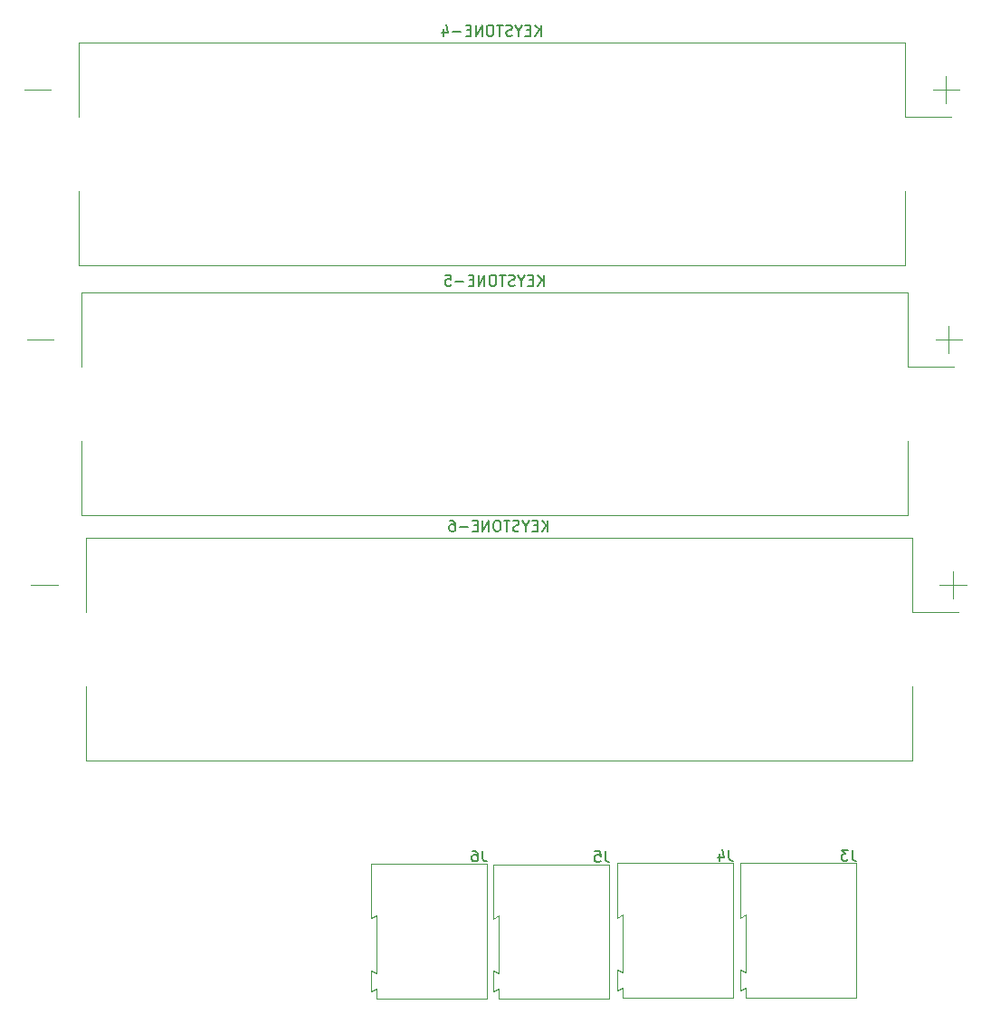
<source format=gbr>
%TF.GenerationSoftware,KiCad,Pcbnew,8.0.2-1*%
%TF.CreationDate,2024-08-29T11:45:14-05:00*%
%TF.ProjectId,BattBoard,42617474-426f-4617-9264-2e6b69636164,rev?*%
%TF.SameCoordinates,Original*%
%TF.FileFunction,Legend,Bot*%
%TF.FilePolarity,Positive*%
%FSLAX46Y46*%
G04 Gerber Fmt 4.6, Leading zero omitted, Abs format (unit mm)*
G04 Created by KiCad (PCBNEW 8.0.2-1) date 2024-08-29 11:45:14*
%MOMM*%
%LPD*%
G01*
G04 APERTURE LIST*
%ADD10C,0.150000*%
%ADD11C,0.120000*%
G04 APERTURE END LIST*
D10*
X139703333Y-125689819D02*
X139703333Y-126404104D01*
X139703333Y-126404104D02*
X139750952Y-126546961D01*
X139750952Y-126546961D02*
X139846190Y-126642200D01*
X139846190Y-126642200D02*
X139989047Y-126689819D01*
X139989047Y-126689819D02*
X140084285Y-126689819D01*
X138798571Y-125689819D02*
X138989047Y-125689819D01*
X138989047Y-125689819D02*
X139084285Y-125737438D01*
X139084285Y-125737438D02*
X139131904Y-125785057D01*
X139131904Y-125785057D02*
X139227142Y-125927914D01*
X139227142Y-125927914D02*
X139274761Y-126118390D01*
X139274761Y-126118390D02*
X139274761Y-126499342D01*
X139274761Y-126499342D02*
X139227142Y-126594580D01*
X139227142Y-126594580D02*
X139179523Y-126642200D01*
X139179523Y-126642200D02*
X139084285Y-126689819D01*
X139084285Y-126689819D02*
X138893809Y-126689819D01*
X138893809Y-126689819D02*
X138798571Y-126642200D01*
X138798571Y-126642200D02*
X138750952Y-126594580D01*
X138750952Y-126594580D02*
X138703333Y-126499342D01*
X138703333Y-126499342D02*
X138703333Y-126261247D01*
X138703333Y-126261247D02*
X138750952Y-126166009D01*
X138750952Y-126166009D02*
X138798571Y-126118390D01*
X138798571Y-126118390D02*
X138893809Y-126070771D01*
X138893809Y-126070771D02*
X139084285Y-126070771D01*
X139084285Y-126070771D02*
X139179523Y-126118390D01*
X139179523Y-126118390D02*
X139227142Y-126166009D01*
X139227142Y-126166009D02*
X139274761Y-126261247D01*
X174278333Y-125614819D02*
X174278333Y-126329104D01*
X174278333Y-126329104D02*
X174325952Y-126471961D01*
X174325952Y-126471961D02*
X174421190Y-126567200D01*
X174421190Y-126567200D02*
X174564047Y-126614819D01*
X174564047Y-126614819D02*
X174659285Y-126614819D01*
X173897380Y-125614819D02*
X173278333Y-125614819D01*
X173278333Y-125614819D02*
X173611666Y-125995771D01*
X173611666Y-125995771D02*
X173468809Y-125995771D01*
X173468809Y-125995771D02*
X173373571Y-126043390D01*
X173373571Y-126043390D02*
X173325952Y-126091009D01*
X173325952Y-126091009D02*
X173278333Y-126186247D01*
X173278333Y-126186247D02*
X173278333Y-126424342D01*
X173278333Y-126424342D02*
X173325952Y-126519580D01*
X173325952Y-126519580D02*
X173373571Y-126567200D01*
X173373571Y-126567200D02*
X173468809Y-126614819D01*
X173468809Y-126614819D02*
X173754523Y-126614819D01*
X173754523Y-126614819D02*
X173849761Y-126567200D01*
X173849761Y-126567200D02*
X173897380Y-126519580D01*
X145424837Y-72854819D02*
X145424837Y-71854819D01*
X144853409Y-72854819D02*
X145281980Y-72283390D01*
X144853409Y-71854819D02*
X145424837Y-72426247D01*
X144424837Y-72331009D02*
X144091504Y-72331009D01*
X143948647Y-72854819D02*
X144424837Y-72854819D01*
X144424837Y-72854819D02*
X144424837Y-71854819D01*
X144424837Y-71854819D02*
X143948647Y-71854819D01*
X143329599Y-72378628D02*
X143329599Y-72854819D01*
X143662932Y-71854819D02*
X143329599Y-72378628D01*
X143329599Y-72378628D02*
X142996266Y-71854819D01*
X142710551Y-72807200D02*
X142567694Y-72854819D01*
X142567694Y-72854819D02*
X142329599Y-72854819D01*
X142329599Y-72854819D02*
X142234361Y-72807200D01*
X142234361Y-72807200D02*
X142186742Y-72759580D01*
X142186742Y-72759580D02*
X142139123Y-72664342D01*
X142139123Y-72664342D02*
X142139123Y-72569104D01*
X142139123Y-72569104D02*
X142186742Y-72473866D01*
X142186742Y-72473866D02*
X142234361Y-72426247D01*
X142234361Y-72426247D02*
X142329599Y-72378628D01*
X142329599Y-72378628D02*
X142520075Y-72331009D01*
X142520075Y-72331009D02*
X142615313Y-72283390D01*
X142615313Y-72283390D02*
X142662932Y-72235771D01*
X142662932Y-72235771D02*
X142710551Y-72140533D01*
X142710551Y-72140533D02*
X142710551Y-72045295D01*
X142710551Y-72045295D02*
X142662932Y-71950057D01*
X142662932Y-71950057D02*
X142615313Y-71902438D01*
X142615313Y-71902438D02*
X142520075Y-71854819D01*
X142520075Y-71854819D02*
X142281980Y-71854819D01*
X142281980Y-71854819D02*
X142139123Y-71902438D01*
X141853408Y-71854819D02*
X141281980Y-71854819D01*
X141567694Y-72854819D02*
X141567694Y-71854819D01*
X140758170Y-71854819D02*
X140567694Y-71854819D01*
X140567694Y-71854819D02*
X140472456Y-71902438D01*
X140472456Y-71902438D02*
X140377218Y-71997676D01*
X140377218Y-71997676D02*
X140329599Y-72188152D01*
X140329599Y-72188152D02*
X140329599Y-72521485D01*
X140329599Y-72521485D02*
X140377218Y-72711961D01*
X140377218Y-72711961D02*
X140472456Y-72807200D01*
X140472456Y-72807200D02*
X140567694Y-72854819D01*
X140567694Y-72854819D02*
X140758170Y-72854819D01*
X140758170Y-72854819D02*
X140853408Y-72807200D01*
X140853408Y-72807200D02*
X140948646Y-72711961D01*
X140948646Y-72711961D02*
X140996265Y-72521485D01*
X140996265Y-72521485D02*
X140996265Y-72188152D01*
X140996265Y-72188152D02*
X140948646Y-71997676D01*
X140948646Y-71997676D02*
X140853408Y-71902438D01*
X140853408Y-71902438D02*
X140758170Y-71854819D01*
X139901027Y-72854819D02*
X139901027Y-71854819D01*
X139901027Y-71854819D02*
X139329599Y-72854819D01*
X139329599Y-72854819D02*
X139329599Y-71854819D01*
X138853408Y-72331009D02*
X138520075Y-72331009D01*
X138377218Y-72854819D02*
X138853408Y-72854819D01*
X138853408Y-72854819D02*
X138853408Y-71854819D01*
X138853408Y-71854819D02*
X138377218Y-71854819D01*
X137948646Y-72473866D02*
X137186742Y-72473866D01*
X136234361Y-71854819D02*
X136710551Y-71854819D01*
X136710551Y-71854819D02*
X136758170Y-72331009D01*
X136758170Y-72331009D02*
X136710551Y-72283390D01*
X136710551Y-72283390D02*
X136615313Y-72235771D01*
X136615313Y-72235771D02*
X136377218Y-72235771D01*
X136377218Y-72235771D02*
X136281980Y-72283390D01*
X136281980Y-72283390D02*
X136234361Y-72331009D01*
X136234361Y-72331009D02*
X136186742Y-72426247D01*
X136186742Y-72426247D02*
X136186742Y-72664342D01*
X136186742Y-72664342D02*
X136234361Y-72759580D01*
X136234361Y-72759580D02*
X136281980Y-72807200D01*
X136281980Y-72807200D02*
X136377218Y-72854819D01*
X136377218Y-72854819D02*
X136615313Y-72854819D01*
X136615313Y-72854819D02*
X136710551Y-72807200D01*
X136710551Y-72807200D02*
X136758170Y-72759580D01*
X145824837Y-95804819D02*
X145824837Y-94804819D01*
X145253409Y-95804819D02*
X145681980Y-95233390D01*
X145253409Y-94804819D02*
X145824837Y-95376247D01*
X144824837Y-95281009D02*
X144491504Y-95281009D01*
X144348647Y-95804819D02*
X144824837Y-95804819D01*
X144824837Y-95804819D02*
X144824837Y-94804819D01*
X144824837Y-94804819D02*
X144348647Y-94804819D01*
X143729599Y-95328628D02*
X143729599Y-95804819D01*
X144062932Y-94804819D02*
X143729599Y-95328628D01*
X143729599Y-95328628D02*
X143396266Y-94804819D01*
X143110551Y-95757200D02*
X142967694Y-95804819D01*
X142967694Y-95804819D02*
X142729599Y-95804819D01*
X142729599Y-95804819D02*
X142634361Y-95757200D01*
X142634361Y-95757200D02*
X142586742Y-95709580D01*
X142586742Y-95709580D02*
X142539123Y-95614342D01*
X142539123Y-95614342D02*
X142539123Y-95519104D01*
X142539123Y-95519104D02*
X142586742Y-95423866D01*
X142586742Y-95423866D02*
X142634361Y-95376247D01*
X142634361Y-95376247D02*
X142729599Y-95328628D01*
X142729599Y-95328628D02*
X142920075Y-95281009D01*
X142920075Y-95281009D02*
X143015313Y-95233390D01*
X143015313Y-95233390D02*
X143062932Y-95185771D01*
X143062932Y-95185771D02*
X143110551Y-95090533D01*
X143110551Y-95090533D02*
X143110551Y-94995295D01*
X143110551Y-94995295D02*
X143062932Y-94900057D01*
X143062932Y-94900057D02*
X143015313Y-94852438D01*
X143015313Y-94852438D02*
X142920075Y-94804819D01*
X142920075Y-94804819D02*
X142681980Y-94804819D01*
X142681980Y-94804819D02*
X142539123Y-94852438D01*
X142253408Y-94804819D02*
X141681980Y-94804819D01*
X141967694Y-95804819D02*
X141967694Y-94804819D01*
X141158170Y-94804819D02*
X140967694Y-94804819D01*
X140967694Y-94804819D02*
X140872456Y-94852438D01*
X140872456Y-94852438D02*
X140777218Y-94947676D01*
X140777218Y-94947676D02*
X140729599Y-95138152D01*
X140729599Y-95138152D02*
X140729599Y-95471485D01*
X140729599Y-95471485D02*
X140777218Y-95661961D01*
X140777218Y-95661961D02*
X140872456Y-95757200D01*
X140872456Y-95757200D02*
X140967694Y-95804819D01*
X140967694Y-95804819D02*
X141158170Y-95804819D01*
X141158170Y-95804819D02*
X141253408Y-95757200D01*
X141253408Y-95757200D02*
X141348646Y-95661961D01*
X141348646Y-95661961D02*
X141396265Y-95471485D01*
X141396265Y-95471485D02*
X141396265Y-95138152D01*
X141396265Y-95138152D02*
X141348646Y-94947676D01*
X141348646Y-94947676D02*
X141253408Y-94852438D01*
X141253408Y-94852438D02*
X141158170Y-94804819D01*
X140301027Y-95804819D02*
X140301027Y-94804819D01*
X140301027Y-94804819D02*
X139729599Y-95804819D01*
X139729599Y-95804819D02*
X139729599Y-94804819D01*
X139253408Y-95281009D02*
X138920075Y-95281009D01*
X138777218Y-95804819D02*
X139253408Y-95804819D01*
X139253408Y-95804819D02*
X139253408Y-94804819D01*
X139253408Y-94804819D02*
X138777218Y-94804819D01*
X138348646Y-95423866D02*
X137586742Y-95423866D01*
X136681980Y-94804819D02*
X136872456Y-94804819D01*
X136872456Y-94804819D02*
X136967694Y-94852438D01*
X136967694Y-94852438D02*
X137015313Y-94900057D01*
X137015313Y-94900057D02*
X137110551Y-95042914D01*
X137110551Y-95042914D02*
X137158170Y-95233390D01*
X137158170Y-95233390D02*
X137158170Y-95614342D01*
X137158170Y-95614342D02*
X137110551Y-95709580D01*
X137110551Y-95709580D02*
X137062932Y-95757200D01*
X137062932Y-95757200D02*
X136967694Y-95804819D01*
X136967694Y-95804819D02*
X136777218Y-95804819D01*
X136777218Y-95804819D02*
X136681980Y-95757200D01*
X136681980Y-95757200D02*
X136634361Y-95709580D01*
X136634361Y-95709580D02*
X136586742Y-95614342D01*
X136586742Y-95614342D02*
X136586742Y-95376247D01*
X136586742Y-95376247D02*
X136634361Y-95281009D01*
X136634361Y-95281009D02*
X136681980Y-95233390D01*
X136681980Y-95233390D02*
X136777218Y-95185771D01*
X136777218Y-95185771D02*
X136967694Y-95185771D01*
X136967694Y-95185771D02*
X137062932Y-95233390D01*
X137062932Y-95233390D02*
X137110551Y-95281009D01*
X137110551Y-95281009D02*
X137158170Y-95376247D01*
X145174837Y-49479819D02*
X145174837Y-48479819D01*
X144603409Y-49479819D02*
X145031980Y-48908390D01*
X144603409Y-48479819D02*
X145174837Y-49051247D01*
X144174837Y-48956009D02*
X143841504Y-48956009D01*
X143698647Y-49479819D02*
X144174837Y-49479819D01*
X144174837Y-49479819D02*
X144174837Y-48479819D01*
X144174837Y-48479819D02*
X143698647Y-48479819D01*
X143079599Y-49003628D02*
X143079599Y-49479819D01*
X143412932Y-48479819D02*
X143079599Y-49003628D01*
X143079599Y-49003628D02*
X142746266Y-48479819D01*
X142460551Y-49432200D02*
X142317694Y-49479819D01*
X142317694Y-49479819D02*
X142079599Y-49479819D01*
X142079599Y-49479819D02*
X141984361Y-49432200D01*
X141984361Y-49432200D02*
X141936742Y-49384580D01*
X141936742Y-49384580D02*
X141889123Y-49289342D01*
X141889123Y-49289342D02*
X141889123Y-49194104D01*
X141889123Y-49194104D02*
X141936742Y-49098866D01*
X141936742Y-49098866D02*
X141984361Y-49051247D01*
X141984361Y-49051247D02*
X142079599Y-49003628D01*
X142079599Y-49003628D02*
X142270075Y-48956009D01*
X142270075Y-48956009D02*
X142365313Y-48908390D01*
X142365313Y-48908390D02*
X142412932Y-48860771D01*
X142412932Y-48860771D02*
X142460551Y-48765533D01*
X142460551Y-48765533D02*
X142460551Y-48670295D01*
X142460551Y-48670295D02*
X142412932Y-48575057D01*
X142412932Y-48575057D02*
X142365313Y-48527438D01*
X142365313Y-48527438D02*
X142270075Y-48479819D01*
X142270075Y-48479819D02*
X142031980Y-48479819D01*
X142031980Y-48479819D02*
X141889123Y-48527438D01*
X141603408Y-48479819D02*
X141031980Y-48479819D01*
X141317694Y-49479819D02*
X141317694Y-48479819D01*
X140508170Y-48479819D02*
X140317694Y-48479819D01*
X140317694Y-48479819D02*
X140222456Y-48527438D01*
X140222456Y-48527438D02*
X140127218Y-48622676D01*
X140127218Y-48622676D02*
X140079599Y-48813152D01*
X140079599Y-48813152D02*
X140079599Y-49146485D01*
X140079599Y-49146485D02*
X140127218Y-49336961D01*
X140127218Y-49336961D02*
X140222456Y-49432200D01*
X140222456Y-49432200D02*
X140317694Y-49479819D01*
X140317694Y-49479819D02*
X140508170Y-49479819D01*
X140508170Y-49479819D02*
X140603408Y-49432200D01*
X140603408Y-49432200D02*
X140698646Y-49336961D01*
X140698646Y-49336961D02*
X140746265Y-49146485D01*
X140746265Y-49146485D02*
X140746265Y-48813152D01*
X140746265Y-48813152D02*
X140698646Y-48622676D01*
X140698646Y-48622676D02*
X140603408Y-48527438D01*
X140603408Y-48527438D02*
X140508170Y-48479819D01*
X139651027Y-49479819D02*
X139651027Y-48479819D01*
X139651027Y-48479819D02*
X139079599Y-49479819D01*
X139079599Y-49479819D02*
X139079599Y-48479819D01*
X138603408Y-48956009D02*
X138270075Y-48956009D01*
X138127218Y-49479819D02*
X138603408Y-49479819D01*
X138603408Y-49479819D02*
X138603408Y-48479819D01*
X138603408Y-48479819D02*
X138127218Y-48479819D01*
X137698646Y-49098866D02*
X136936742Y-49098866D01*
X136031980Y-48813152D02*
X136031980Y-49479819D01*
X136270075Y-48432200D02*
X136508170Y-49146485D01*
X136508170Y-49146485D02*
X135889123Y-49146485D01*
X162753333Y-125614819D02*
X162753333Y-126329104D01*
X162753333Y-126329104D02*
X162800952Y-126471961D01*
X162800952Y-126471961D02*
X162896190Y-126567200D01*
X162896190Y-126567200D02*
X163039047Y-126614819D01*
X163039047Y-126614819D02*
X163134285Y-126614819D01*
X161848571Y-125948152D02*
X161848571Y-126614819D01*
X162086666Y-125567200D02*
X162324761Y-126281485D01*
X162324761Y-126281485D02*
X161705714Y-126281485D01*
X151178333Y-125714819D02*
X151178333Y-126429104D01*
X151178333Y-126429104D02*
X151225952Y-126571961D01*
X151225952Y-126571961D02*
X151321190Y-126667200D01*
X151321190Y-126667200D02*
X151464047Y-126714819D01*
X151464047Y-126714819D02*
X151559285Y-126714819D01*
X150225952Y-125714819D02*
X150702142Y-125714819D01*
X150702142Y-125714819D02*
X150749761Y-126191009D01*
X150749761Y-126191009D02*
X150702142Y-126143390D01*
X150702142Y-126143390D02*
X150606904Y-126095771D01*
X150606904Y-126095771D02*
X150368809Y-126095771D01*
X150368809Y-126095771D02*
X150273571Y-126143390D01*
X150273571Y-126143390D02*
X150225952Y-126191009D01*
X150225952Y-126191009D02*
X150178333Y-126286247D01*
X150178333Y-126286247D02*
X150178333Y-126524342D01*
X150178333Y-126524342D02*
X150225952Y-126619580D01*
X150225952Y-126619580D02*
X150273571Y-126667200D01*
X150273571Y-126667200D02*
X150368809Y-126714819D01*
X150368809Y-126714819D02*
X150606904Y-126714819D01*
X150606904Y-126714819D02*
X150702142Y-126667200D01*
X150702142Y-126667200D02*
X150749761Y-126619580D01*
D11*
%TO.C,J6*%
X129250000Y-126925000D02*
X129250000Y-132025000D01*
X129250000Y-132025000D02*
X129750000Y-131725000D01*
X129250000Y-136875000D02*
X129250000Y-136925000D01*
X129250000Y-136925000D02*
X129250000Y-138825000D01*
X129250000Y-138825000D02*
X129750000Y-138575000D01*
X129750000Y-131725000D02*
X129750000Y-137125000D01*
X129750000Y-137125000D02*
X129250000Y-136875000D01*
X129750000Y-138575000D02*
X129750000Y-139525000D01*
X129750000Y-139525000D02*
X140100000Y-139525000D01*
X140100000Y-126925000D02*
X129250000Y-126925000D01*
X140100000Y-139525000D02*
X140100000Y-126925000D01*
%TO.C,J3*%
X163825000Y-126850000D02*
X163825000Y-131950000D01*
X163825000Y-131950000D02*
X164325000Y-131650000D01*
X163825000Y-136800000D02*
X163825000Y-136850000D01*
X163825000Y-136850000D02*
X163825000Y-138750000D01*
X163825000Y-138750000D02*
X164325000Y-138500000D01*
X164325000Y-131650000D02*
X164325000Y-137050000D01*
X164325000Y-137050000D02*
X163825000Y-136800000D01*
X164325000Y-138500000D02*
X164325000Y-139450000D01*
X164325000Y-139450000D02*
X174675000Y-139450000D01*
X174675000Y-126850000D02*
X163825000Y-126850000D01*
X174675000Y-139450000D02*
X174675000Y-126850000D01*
%TO.C,KEYSTONE-5*%
X99579600Y-77900000D02*
X97079600Y-77900000D01*
X102189600Y-73480000D02*
X102189600Y-80460000D01*
X102189600Y-94340000D02*
X102189600Y-87340000D01*
X179469600Y-73460000D02*
X102189600Y-73460000D01*
X179469600Y-80460000D02*
X179469600Y-73460000D01*
X179469600Y-87340000D02*
X179469600Y-94340000D01*
X179469600Y-94340000D02*
X102189600Y-94340000D01*
X182079600Y-77900000D02*
X184579600Y-77900000D01*
X183329600Y-76650000D02*
X183329600Y-79150000D01*
X183829600Y-80460000D02*
X179469600Y-80460000D01*
%TO.C,KEYSTONE-6*%
X99979600Y-100850000D02*
X97479600Y-100850000D01*
X102589600Y-96430000D02*
X102589600Y-103410000D01*
X102589600Y-117290000D02*
X102589600Y-110290000D01*
X179869600Y-96410000D02*
X102589600Y-96410000D01*
X179869600Y-103410000D02*
X179869600Y-96410000D01*
X179869600Y-110290000D02*
X179869600Y-117290000D01*
X179869600Y-117290000D02*
X102589600Y-117290000D01*
X182479600Y-100850000D02*
X184979600Y-100850000D01*
X183729600Y-99600000D02*
X183729600Y-102100000D01*
X184229600Y-103410000D02*
X179869600Y-103410000D01*
%TO.C,KEYSTONE-4*%
X99329600Y-54525000D02*
X96829600Y-54525000D01*
X101939600Y-50105000D02*
X101939600Y-57085000D01*
X101939600Y-70965000D02*
X101939600Y-63965000D01*
X179219600Y-50085000D02*
X101939600Y-50085000D01*
X179219600Y-57085000D02*
X179219600Y-50085000D01*
X179219600Y-63965000D02*
X179219600Y-70965000D01*
X179219600Y-70965000D02*
X101939600Y-70965000D01*
X181829600Y-54525000D02*
X184329600Y-54525000D01*
X183079600Y-53275000D02*
X183079600Y-55775000D01*
X183579600Y-57085000D02*
X179219600Y-57085000D01*
%TO.C,J4*%
X152300000Y-126850000D02*
X152300000Y-131950000D01*
X152300000Y-131950000D02*
X152800000Y-131650000D01*
X152300000Y-136800000D02*
X152300000Y-136850000D01*
X152300000Y-136850000D02*
X152300000Y-138750000D01*
X152300000Y-138750000D02*
X152800000Y-138500000D01*
X152800000Y-131650000D02*
X152800000Y-137050000D01*
X152800000Y-137050000D02*
X152300000Y-136800000D01*
X152800000Y-138500000D02*
X152800000Y-139450000D01*
X152800000Y-139450000D02*
X163150000Y-139450000D01*
X163150000Y-126850000D02*
X152300000Y-126850000D01*
X163150000Y-139450000D02*
X163150000Y-126850000D01*
%TO.C,J5*%
X140725000Y-126950000D02*
X140725000Y-132050000D01*
X140725000Y-132050000D02*
X141225000Y-131750000D01*
X140725000Y-136900000D02*
X140725000Y-136950000D01*
X140725000Y-136950000D02*
X140725000Y-138850000D01*
X140725000Y-138850000D02*
X141225000Y-138600000D01*
X141225000Y-131750000D02*
X141225000Y-137150000D01*
X141225000Y-137150000D02*
X140725000Y-136900000D01*
X141225000Y-138600000D02*
X141225000Y-139550000D01*
X141225000Y-139550000D02*
X151575000Y-139550000D01*
X151575000Y-126950000D02*
X140725000Y-126950000D01*
X151575000Y-139550000D02*
X151575000Y-126950000D01*
%TD*%
M02*

</source>
